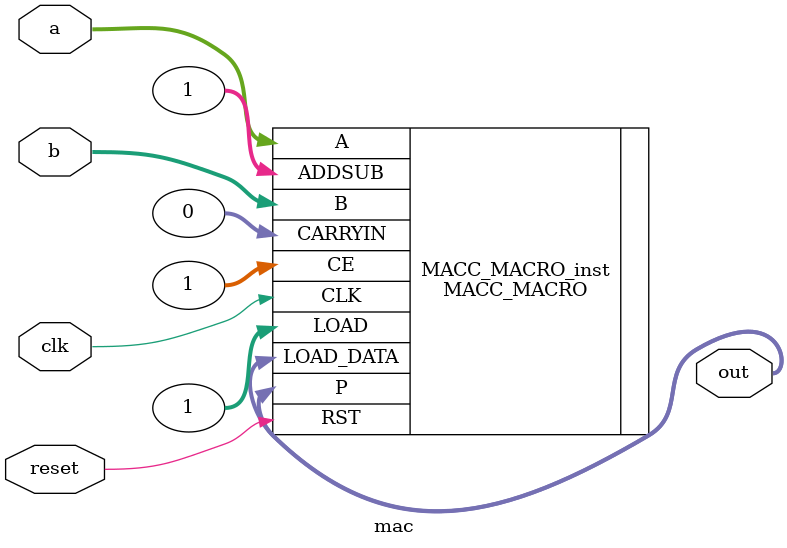
<source format=v>
`timescale 1ns / 1ps


//module mac#(
//    parameter DATA_WIDTH = 4,
//              OUT_WIDTH = 8
//)(  
//        input clk,
//        input reset,
//        input [DATA_WIDTH  - 1: 0] a,
//        input [DATA_WIDTH  - 1: 0] b,
//        //input [DATA_WIDTH  - 1: 0] c,
//        output wire [OUT_WIDTH-1: 0] out
//    );
    
module mac(  
        input clk,
        input reset,
        input [24: 0] a,
        input [17: 0] b,
        //input [DATA_WIDTH  - 1: 0] c,
        output [47: 0] out
    );
        
   /* always@(posedge clk) begin
        if(reset) begin
            out <= 0;
        end
        else begin
            out <= a*b + out;
        end
    end*/
    
    MACC_MACRO #(
      .DEVICE("7SERIES"), // Target Device: "7SERIES" 
      .LATENCY(2),        // Desired clock cycle latency, 1-4
      .WIDTH_A(25),       // Multiplier A-input bus width, 1-25
      .WIDTH_B(18),       // Multiplier B-input bus width, 1-18
      .WIDTH_P(48)        // Accumulator output bus width, 1-48
   ) MACC_MACRO_inst (
      .P(out),     // MACC output bus, width determined by WIDTH_P parameter
      .A(a),     // MACC input A bus, width determined by WIDTH_A parameter
      .ADDSUB(1), // 1-bit add/sub input, high selects add, low selects subtract
      .B(b),     // MACC input B bus, width determined by WIDTH_B parameter
      .CARRYIN(0), // 1-bit carry-in input to accumulator
      .CE(1),     // 1-bit active high input clock enable
      .CLK(clk),   // 1-bit positive edge clock input
      .LOAD(1), // 1-bit active high input load accumulator enable
      .LOAD_DATA(out), // Load accumulator input data, width determined by WIDTH_P parameter
      .RST(reset)    // 1-bit input active high reset
   );
    
endmodule
</source>
